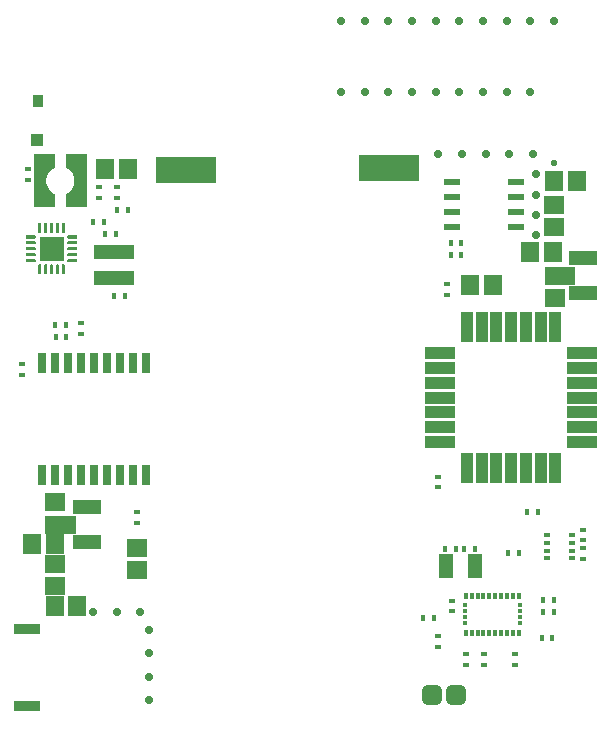
<source format=gbr>
G04*
G04 #@! TF.GenerationSoftware,Altium Limited,Altium Designer,25.8.1 (18)*
G04*
G04 Layer_Color=8388736*
%FSLAX25Y25*%
%MOIN*%
G70*
G04*
G04 #@! TF.SameCoordinates,505960B2-D5C5-487F-9968-D24D6DC54575*
G04*
G04*
G04 #@! TF.FilePolarity,Negative*
G04*
G01*
G75*
%ADD24R,0.03740X0.04331*%
%ADD25R,0.04331X0.04331*%
%ADD28R,0.05750X0.02200*%
%ADD30R,0.02254X0.01438*%
%ADD33R,0.01438X0.02254*%
%ADD35R,0.01968X0.01378*%
%ADD36R,0.01575X0.01900*%
%ADD37R,0.01500X0.01575*%
%ADD42R,0.08503X0.03791*%
G04:AMPARAMS|DCode=43|XSize=19.68mil|YSize=19.68mil|CornerRadius=4.92mil|HoleSize=0mil|Usage=FLASHONLY|Rotation=0.000|XOffset=0mil|YOffset=0mil|HoleType=Round|Shape=RoundedRectangle|*
%AMROUNDEDRECTD43*
21,1,0.01968,0.00984,0,0,0.0*
21,1,0.00984,0.01968,0,0,0.0*
1,1,0.00984,0.00492,-0.00492*
1,1,0.00984,-0.00492,-0.00492*
1,1,0.00984,-0.00492,0.00492*
1,1,0.00984,0.00492,0.00492*
%
%ADD43ROUNDEDRECTD43*%
%ADD47R,0.05918X0.07099*%
%ADD48R,0.07099X0.05918*%
%ADD49R,0.02756X0.07087*%
%ADD50R,0.03150X0.07087*%
%ADD51R,0.09461X0.04934*%
%ADD52R,0.09855X0.04343*%
%ADD53R,0.04343X0.09855*%
%ADD54R,0.20485X0.08674*%
G04:AMPARAMS|DCode=55|XSize=67.06mil|YSize=67.06mil|CornerRadius=18.76mil|HoleSize=0mil|Usage=FLASHONLY|Rotation=270.000|XOffset=0mil|YOffset=0mil|HoleType=Round|Shape=RoundedRectangle|*
%AMROUNDEDRECTD55*
21,1,0.06706,0.02953,0,0,270.0*
21,1,0.02953,0.06706,0,0,270.0*
1,1,0.03753,-0.01476,-0.01476*
1,1,0.03753,-0.01476,0.01476*
1,1,0.03753,0.01476,0.01476*
1,1,0.03753,0.01476,-0.01476*
%
%ADD55ROUNDEDRECTD55*%
%ADD56C,0.00992*%
%ADD57R,0.08071X0.08071*%
%ADD58R,0.13398X0.04737*%
%ADD59R,0.05100X0.08300*%
%ADD60R,0.04934X0.04737*%
%ADD61R,0.04737X0.05918*%
%ADD62R,0.02769X0.04737*%
%ADD63R,0.20485X0.08674*%
%ADD64C,0.02769*%
%ADD65C,0.01968*%
G36*
X10155Y151294D02*
X10310Y151139D01*
X10394Y150936D01*
Y150827D01*
Y148031D01*
X9291D01*
Y150827D01*
Y150936D01*
X9375Y151139D01*
X9530Y151294D01*
X9733Y151378D01*
X9952D01*
X10155Y151294D01*
D02*
G37*
G36*
X12123D02*
X12278Y151139D01*
X12362Y150936D01*
Y150827D01*
Y148031D01*
X11260D01*
X11260Y150827D01*
Y150936D01*
X11344Y151139D01*
X11499Y151294D01*
X11701Y151378D01*
X11921D01*
X12123Y151294D01*
D02*
G37*
G36*
X8422Y153026D02*
X8578Y152871D01*
X8661Y152669D01*
Y152559D01*
Y152449D01*
X8578Y152247D01*
X8422Y152092D01*
X8220Y152008D01*
X5315D01*
Y153110D01*
X8220D01*
X8422Y153026D01*
D02*
G37*
G36*
Y154995D02*
X8578Y154840D01*
X8661Y154637D01*
Y154528D01*
Y154418D01*
X8578Y154215D01*
X8422Y154060D01*
X8220Y153976D01*
X8110D01*
Y153976D01*
X5315D01*
Y155079D01*
X8220D01*
X8422Y154995D01*
D02*
G37*
G36*
Y156963D02*
X8578Y156808D01*
X8661Y156606D01*
Y156496D01*
Y156386D01*
X8578Y156184D01*
X8422Y156029D01*
X8220Y155945D01*
X5315D01*
Y157047D01*
X8220D01*
X8422Y156963D01*
D02*
G37*
G36*
X14092Y151294D02*
X14247Y151139D01*
X14331Y150936D01*
Y150827D01*
Y148031D01*
X13228D01*
Y150827D01*
Y150936D01*
X13312Y151139D01*
X13467Y151294D01*
X13670Y151378D01*
X13889D01*
X14092Y151294D01*
D02*
G37*
G36*
X16060D02*
X16215Y151139D01*
X16299Y150936D01*
Y150827D01*
X16299D01*
Y148031D01*
X15197D01*
Y150827D01*
Y150936D01*
X15281Y151139D01*
X15436Y151294D01*
X15638Y151378D01*
X15858D01*
X16060Y151294D01*
D02*
G37*
G36*
X18029D02*
X18184Y151139D01*
X18268Y150936D01*
Y150827D01*
Y148031D01*
X17165D01*
Y150827D01*
Y150936D01*
X17249Y151139D01*
X17404Y151294D01*
X17607Y151378D01*
X17826D01*
X18029Y151294D01*
D02*
G37*
G36*
X22244Y152008D02*
X19339D01*
X19137Y152092D01*
X18981Y152247D01*
X18898Y152449D01*
Y152559D01*
Y152669D01*
X18981Y152871D01*
X19137Y153026D01*
X19339Y153110D01*
X22244D01*
Y152008D01*
D02*
G37*
G36*
Y153976D02*
X19449Y153976D01*
X19339D01*
X19137Y154060D01*
X18981Y154215D01*
X18898Y154418D01*
Y154528D01*
Y154637D01*
X18981Y154840D01*
X19137Y154995D01*
X19339Y155079D01*
X22244D01*
Y153976D01*
D02*
G37*
G36*
Y155945D02*
X19339D01*
X19137Y156029D01*
X18981Y156184D01*
X18898Y156386D01*
Y156496D01*
Y156606D01*
X18981Y156808D01*
X19137Y156963D01*
X19339Y157047D01*
X22244D01*
Y155945D01*
D02*
G37*
G36*
X25249Y187996D02*
X25301Y187986D01*
X25350Y187969D01*
X25397Y187946D01*
X25441Y187917D01*
X25480Y187882D01*
X25515Y187843D01*
X25544Y187799D01*
X25567Y187752D01*
X25584Y187702D01*
X25594Y187651D01*
X25598Y187598D01*
Y170669D01*
X25594Y170617D01*
X25584Y170565D01*
X25567Y170516D01*
X25544Y170469D01*
X25515Y170425D01*
X25480Y170386D01*
X25441Y170351D01*
X25397Y170322D01*
X25350Y170299D01*
X25301Y170282D01*
X25249Y170272D01*
X25197Y170268D01*
X18898D01*
X18845Y170272D01*
X18794Y170282D01*
X18744Y170299D01*
X18697Y170322D01*
X18654Y170351D01*
X18614Y170386D01*
X18580Y170425D01*
X18551Y170469D01*
X18527Y170516D01*
X18510Y170565D01*
X18500Y170617D01*
X18497Y170669D01*
Y174478D01*
X18496Y174492D01*
X18496Y174502D01*
X18496Y174512D01*
X18498Y174528D01*
X18499Y174544D01*
X18500Y174554D01*
X18502Y174564D01*
X18505Y174580D01*
X18508Y174596D01*
X18511Y174605D01*
X18514Y174615D01*
X18520Y174630D01*
X18525Y174646D01*
X18529Y174655D01*
X18533Y174664D01*
X18540Y174678D01*
X18548Y174693D01*
X18553Y174701D01*
X18558Y174710D01*
X18567Y174723D01*
X18576Y174737D01*
X18583Y174744D01*
X18588Y174752D01*
X18600Y174764D01*
X18610Y174777D01*
X18618Y174783D01*
X18625Y174790D01*
X18637Y174801D01*
X18650Y174811D01*
X18658Y174817D01*
X18665Y174823D01*
X18679Y174832D01*
X18693Y174841D01*
X18702Y174846D01*
X18710Y174851D01*
X19113Y175062D01*
X19842Y175589D01*
X20453Y176236D01*
X20931Y176987D01*
X21259Y177814D01*
X21427Y178688D01*
X21427Y179578D01*
X21260Y180452D01*
X20931Y181279D01*
X20453Y182030D01*
X19843Y182678D01*
X19114Y183205D01*
X18728Y183407D01*
X18727Y183408D01*
X18718Y183413D01*
X18711Y183416D01*
X18710Y183417D01*
X18697Y183424D01*
X18689Y183429D01*
X18681Y183434D01*
X18668Y183443D01*
X18667Y183444D01*
X18665Y183445D01*
X18654Y183453D01*
X18646Y183459D01*
X18639Y183465D01*
X18628Y183475D01*
X18626Y183477D01*
X18625Y183478D01*
X18614Y183487D01*
X18608Y183494D01*
X18601Y183501D01*
X18591Y183513D01*
X18590Y183515D01*
X18588Y183517D01*
X18580Y183527D01*
X18574Y183535D01*
X18568Y183542D01*
X18561Y183555D01*
X18559Y183557D01*
X18558Y183559D01*
X18551Y183570D01*
X18546Y183579D01*
X18541Y183587D01*
X18536Y183600D01*
X18534Y183603D01*
X18533Y183606D01*
X18527Y183617D01*
X18524Y183626D01*
X18520Y183635D01*
X18517Y183648D01*
X18515Y183652D01*
X18514Y183656D01*
X18510Y183667D01*
X18509Y183676D01*
X18506Y183686D01*
X18504Y183698D01*
X18503Y183703D01*
X18502Y183707D01*
X18500Y183718D01*
X18500Y183728D01*
X18498Y183738D01*
X18498Y183750D01*
X18497Y183755D01*
X18497Y183760D01*
X18497Y183771D01*
Y187598D01*
X18500Y187651D01*
X18510Y187702D01*
X18527Y187752D01*
X18551Y187799D01*
X18580Y187843D01*
X18614Y187882D01*
X18654Y187917D01*
X18697Y187946D01*
X18744Y187969D01*
X18794Y187986D01*
X18845Y187996D01*
X18898Y187999D01*
X25197D01*
X25249Y187996D01*
D02*
G37*
G36*
X14619D02*
X14671Y187986D01*
X14720Y187969D01*
X14767Y187946D01*
X14811Y187917D01*
X14850Y187882D01*
X14885Y187843D01*
X14914Y187799D01*
X14937Y187752D01*
X14954Y187702D01*
X14964Y187651D01*
X14968Y187598D01*
Y183788D01*
X14969Y183772D01*
X14968Y183764D01*
X14968Y183756D01*
X14967Y183738D01*
X14965Y183720D01*
X14964Y183712D01*
X14963Y183704D01*
X14959Y183686D01*
X14955Y183668D01*
X14953Y183660D01*
X14951Y183653D01*
X14944Y183636D01*
X14938Y183618D01*
X14935Y183611D01*
X14932Y183604D01*
X14923Y183588D01*
X14915Y183571D01*
X14911Y183565D01*
X14907Y183558D01*
X14896Y183543D01*
X14886Y183528D01*
X14881Y183522D01*
X14876Y183515D01*
X14863Y183502D01*
X14851Y183488D01*
X14845Y183483D01*
X14840Y183477D01*
X14826Y183466D01*
X14812Y183454D01*
X14805Y183449D01*
X14799Y183444D01*
X14784Y183435D01*
X14768Y183425D01*
X14761Y183421D01*
X14754Y183417D01*
X14352Y183205D01*
X13623Y182679D01*
X13012Y182031D01*
X12534Y181281D01*
X12205Y180454D01*
X12038Y179579D01*
X12038Y178690D01*
X12205Y177815D01*
X12533Y176988D01*
X13011Y176238D01*
X13622Y175590D01*
X14351Y175063D01*
X14736Y174860D01*
X14738Y174860D01*
X14747Y174855D01*
X14753Y174851D01*
X14754Y174850D01*
X14767Y174844D01*
X14775Y174839D01*
X14784Y174834D01*
X14796Y174825D01*
X14798Y174824D01*
X14799Y174823D01*
X14811Y174815D01*
X14818Y174809D01*
X14826Y174803D01*
X14837Y174792D01*
X14839Y174791D01*
X14840Y174790D01*
X14850Y174780D01*
X14857Y174773D01*
X14864Y174767D01*
X14873Y174755D01*
X14875Y174753D01*
X14876Y174751D01*
X14885Y174741D01*
X14890Y174733D01*
X14896Y174725D01*
X14904Y174713D01*
X14906Y174710D01*
X14907Y174708D01*
X14914Y174697D01*
X14918Y174689D01*
X14923Y174680D01*
X14929Y174667D01*
X14931Y174664D01*
X14932Y174662D01*
X14937Y174650D01*
X14940Y174641D01*
X14944Y174633D01*
X14948Y174619D01*
X14950Y174615D01*
X14950Y174612D01*
X14954Y174601D01*
X14956Y174591D01*
X14959Y174582D01*
X14961Y174569D01*
X14962Y174564D01*
X14962Y174560D01*
X14964Y174549D01*
X14965Y174540D01*
X14966Y174530D01*
X14967Y174518D01*
X14967Y174512D01*
X14967Y174508D01*
X14968Y174497D01*
Y170669D01*
X14964Y170617D01*
X14954Y170565D01*
X14937Y170516D01*
X14914Y170469D01*
X14885Y170425D01*
X14850Y170386D01*
X14811Y170351D01*
X14767Y170322D01*
X14720Y170299D01*
X14671Y170282D01*
X14619Y170272D01*
X14567Y170268D01*
X8268D01*
X8215Y170272D01*
X8164Y170282D01*
X8114Y170299D01*
X8067Y170322D01*
X8024Y170351D01*
X7984Y170386D01*
X7950Y170425D01*
X7921Y170469D01*
X7897Y170516D01*
X7880Y170565D01*
X7870Y170617D01*
X7867Y170669D01*
Y187598D01*
X7870Y187651D01*
X7880Y187702D01*
X7897Y187752D01*
X7921Y187799D01*
X7950Y187843D01*
X7984Y187882D01*
X8024Y187917D01*
X8067Y187946D01*
X8114Y187969D01*
X8164Y187986D01*
X8215Y187996D01*
X8268Y187999D01*
X14567D01*
X14619Y187996D01*
D02*
G37*
G36*
X18268Y162165D02*
Y162056D01*
X18184Y161853D01*
X18029Y161698D01*
X17826Y161614D01*
X17607D01*
X17404Y161698D01*
X17249Y161853D01*
X17165Y162056D01*
Y162165D01*
Y164961D01*
X18268D01*
Y162165D01*
D02*
G37*
G36*
X16299D02*
Y162056D01*
X16215Y161853D01*
X16060Y161698D01*
X15858Y161614D01*
X15638D01*
X15436Y161698D01*
X15281Y161853D01*
X15197Y162056D01*
Y162165D01*
Y164961D01*
X16299D01*
X16299Y162165D01*
D02*
G37*
G36*
X14331D02*
Y162056D01*
X14247Y161853D01*
X14092Y161698D01*
X13889Y161614D01*
X13670D01*
X13467Y161698D01*
X13312Y161853D01*
X13228Y162056D01*
Y162165D01*
Y164961D01*
X14331D01*
Y162165D01*
D02*
G37*
G36*
X12362D02*
Y162056D01*
X12278Y161853D01*
X12123Y161698D01*
X11921Y161614D01*
X11701D01*
X11499Y161698D01*
X11344Y161853D01*
X11260Y162056D01*
Y162165D01*
X11260D01*
Y164961D01*
X12362D01*
Y162165D01*
D02*
G37*
G36*
X10394D02*
Y162056D01*
X10310Y161853D01*
X10155Y161698D01*
X9952Y161614D01*
X9733D01*
X9530Y161698D01*
X9375Y161853D01*
X9291Y162056D01*
Y162165D01*
Y164961D01*
X10394D01*
Y162165D01*
D02*
G37*
G36*
X22244Y159882D02*
X19339D01*
X19137Y159966D01*
X18981Y160121D01*
X18898Y160323D01*
Y160433D01*
Y160543D01*
X18981Y160745D01*
X19137Y160900D01*
X19339Y160984D01*
X22244D01*
Y159882D01*
D02*
G37*
G36*
X8422Y160900D02*
X8578Y160745D01*
X8661Y160543D01*
Y160433D01*
Y160323D01*
X8578Y160121D01*
X8422Y159966D01*
X8220Y159882D01*
X5315D01*
Y160984D01*
X8220D01*
X8422Y160900D01*
D02*
G37*
G36*
X22244Y157913D02*
X19339D01*
X19137Y157997D01*
X18981Y158152D01*
X18898Y158355D01*
Y158465D01*
Y158574D01*
X18981Y158777D01*
X19137Y158932D01*
X19339Y159016D01*
X19449D01*
Y159016D01*
X22244D01*
Y157913D01*
D02*
G37*
G36*
X8110Y159016D02*
X8220D01*
X8422Y158932D01*
X8578Y158777D01*
X8661Y158574D01*
Y158465D01*
Y158355D01*
X8578Y158152D01*
X8422Y157997D01*
X8220Y157913D01*
X5315D01*
Y159016D01*
X8110Y159016D01*
D02*
G37*
D24*
X9350Y205709D02*
D03*
D25*
X9055Y192717D02*
D03*
D28*
X168599Y178661D02*
D03*
X147149Y163661D02*
D03*
Y168661D02*
D03*
Y173661D02*
D03*
Y178661D02*
D03*
X168599Y173661D02*
D03*
Y168661D02*
D03*
Y163661D02*
D03*
D30*
X190945Y62811D02*
D03*
X142717Y76953D02*
D03*
X190945Y56724D02*
D03*
X157874Y17898D02*
D03*
X151969D02*
D03*
X147244Y39189D02*
D03*
X142717Y23803D02*
D03*
X29528Y173409D02*
D03*
X5906Y183087D02*
D03*
X23622Y131709D02*
D03*
Y128134D02*
D03*
X5906Y179512D02*
D03*
X29528Y176984D02*
D03*
X35433Y173409D02*
D03*
Y176984D02*
D03*
X145669Y141126D02*
D03*
Y144701D02*
D03*
X142717Y27378D02*
D03*
X190945Y53150D02*
D03*
Y59236D02*
D03*
X142717Y80528D02*
D03*
X3937Y114354D02*
D03*
X147244Y35614D02*
D03*
X168307Y21472D02*
D03*
Y17898D02*
D03*
X42323Y65142D02*
D03*
Y68717D02*
D03*
X151969Y21472D02*
D03*
X3937Y117929D02*
D03*
X157874Y21472D02*
D03*
D33*
X150409Y158465D02*
D03*
X151362Y56299D02*
D03*
X148638D02*
D03*
X180740Y26575D02*
D03*
X39189Y169291D02*
D03*
X31315Y165354D02*
D03*
X35252Y161417D02*
D03*
X34630Y140748D02*
D03*
X18692Y127059D02*
D03*
X18511Y130996D02*
D03*
X31677Y161417D02*
D03*
X146835Y158465D02*
D03*
X15117Y127059D02*
D03*
X35614Y169291D02*
D03*
X27740Y165354D02*
D03*
X38205Y140748D02*
D03*
X181102Y35418D02*
D03*
X177528D02*
D03*
X141157Y33465D02*
D03*
X137583D02*
D03*
X154937Y56299D02*
D03*
X145063D02*
D03*
X14936Y130996D02*
D03*
X172228Y68898D02*
D03*
X169504Y55118D02*
D03*
X175803Y68898D02*
D03*
X165929Y55118D02*
D03*
X150409Y154528D02*
D03*
X181102Y39370D02*
D03*
X146835Y154528D02*
D03*
X177165Y26575D02*
D03*
X177528Y39370D02*
D03*
D35*
X187106Y55807D02*
D03*
X179035Y53248D02*
D03*
Y55807D02*
D03*
X187106Y53248D02*
D03*
Y58366D02*
D03*
Y60925D02*
D03*
X179035D02*
D03*
Y58366D02*
D03*
D36*
X159700Y40817D02*
D03*
Y28517D02*
D03*
X151826Y40817D02*
D03*
X153794D02*
D03*
X155763D02*
D03*
X157731D02*
D03*
X161669D02*
D03*
X163637D02*
D03*
X165605D02*
D03*
X167574D02*
D03*
X169543D02*
D03*
Y28517D02*
D03*
X167574D02*
D03*
X165605D02*
D03*
X163637D02*
D03*
X161669D02*
D03*
X157731D02*
D03*
X155763D02*
D03*
X153794D02*
D03*
X151826D02*
D03*
D37*
X151584Y37619D02*
D03*
X169784D02*
D03*
Y35651D02*
D03*
Y33682D02*
D03*
Y31714D02*
D03*
X151584D02*
D03*
Y33682D02*
D03*
Y35651D02*
D03*
D42*
X5705Y29774D02*
D03*
Y4084D02*
D03*
D43*
X181197Y185039D02*
D03*
D47*
X22307Y37354D02*
D03*
X14827D02*
D03*
X7427Y57954D02*
D03*
X14907D02*
D03*
X173425Y155512D02*
D03*
X180905D02*
D03*
X188779Y179134D02*
D03*
X181299D02*
D03*
X39173Y183071D02*
D03*
X31693D02*
D03*
X160827Y144488D02*
D03*
X153347D02*
D03*
D48*
X181102Y171063D02*
D03*
Y163583D02*
D03*
X14967Y43913D02*
D03*
Y51394D02*
D03*
X181496Y140059D02*
D03*
Y147539D02*
D03*
X15085Y72038D02*
D03*
Y64558D02*
D03*
X42323Y49410D02*
D03*
Y56890D02*
D03*
D49*
X45400Y118494D02*
D03*
X10754D02*
D03*
Y81093D02*
D03*
X45400D02*
D03*
D50*
X41069Y118494D02*
D03*
X36738D02*
D03*
X32408D02*
D03*
X28077D02*
D03*
X23746D02*
D03*
X19415D02*
D03*
X15085D02*
D03*
Y81093D02*
D03*
X19415D02*
D03*
X23746D02*
D03*
X28077D02*
D03*
X32408D02*
D03*
X36738D02*
D03*
X41069D02*
D03*
D51*
X190945Y141831D02*
D03*
Y153445D02*
D03*
X25537Y70438D02*
D03*
Y58824D02*
D03*
D52*
X190571Y121654D02*
D03*
X143327D02*
D03*
X190571Y116733D02*
D03*
Y101969D02*
D03*
Y92126D02*
D03*
Y106890D02*
D03*
X143327Y101969D02*
D03*
X190571Y97047D02*
D03*
X143327Y106890D02*
D03*
X190571Y111811D02*
D03*
X143327D02*
D03*
Y97047D02*
D03*
Y92126D02*
D03*
Y116733D02*
D03*
D53*
X176792Y130512D02*
D03*
X157106Y83268D02*
D03*
X171870D02*
D03*
X181713Y130512D02*
D03*
X176792Y83268D02*
D03*
X152185D02*
D03*
X181713D02*
D03*
X152185Y130512D02*
D03*
X166949Y83268D02*
D03*
X171870Y130512D02*
D03*
X162028Y83268D02*
D03*
X157106Y130512D02*
D03*
X162028D02*
D03*
X166949D02*
D03*
D54*
X58650Y182852D02*
D03*
D55*
X148622Y7874D02*
D03*
X140748D02*
D03*
D56*
X17717Y163287D02*
D03*
X20571Y154528D02*
D03*
X5866D02*
D03*
X17717Y149705D02*
D03*
X21654Y160433D02*
D03*
Y158465D02*
D03*
Y156496D02*
D03*
X20571Y152559D02*
D03*
X15748Y148622D02*
D03*
X13780D02*
D03*
X11811Y149705D02*
D03*
X9843D02*
D03*
X6988Y152559D02*
D03*
X5866Y156496D02*
D03*
X6988Y158465D02*
D03*
Y160433D02*
D03*
X9843Y164409D02*
D03*
X11811D02*
D03*
X13780D02*
D03*
X15748Y163287D02*
D03*
D57*
X13780Y156496D02*
D03*
D58*
X34449Y146850D02*
D03*
Y155512D02*
D03*
D59*
X145200Y50787D02*
D03*
X154800D02*
D03*
D60*
X19533Y64631D02*
D03*
X184941Y147638D02*
D03*
D61*
X19467Y64553D02*
D03*
X185800Y147559D02*
D03*
D62*
X14937Y64613D02*
D03*
D63*
X126390Y183289D02*
D03*
D64*
X46260Y21654D02*
D03*
Y5906D02*
D03*
Y13780D02*
D03*
Y29528D02*
D03*
X175197Y174522D02*
D03*
Y161024D02*
D03*
Y167773D02*
D03*
X174213Y187992D02*
D03*
X166339D02*
D03*
X175197Y181271D02*
D03*
X150591Y187992D02*
D03*
X142717D02*
D03*
X158465D02*
D03*
X43307Y35433D02*
D03*
X35433D02*
D03*
X27559D02*
D03*
X110331Y208661D02*
D03*
Y232283D02*
D03*
X118205Y208661D02*
D03*
Y232283D02*
D03*
X126079Y208661D02*
D03*
Y232283D02*
D03*
X133953Y208661D02*
D03*
Y232283D02*
D03*
X141827Y208661D02*
D03*
Y232283D02*
D03*
X149701Y208661D02*
D03*
Y232283D02*
D03*
X157575Y208661D02*
D03*
Y232283D02*
D03*
X165449Y208661D02*
D03*
Y232283D02*
D03*
X173323D02*
D03*
Y208661D02*
D03*
X181197Y232283D02*
D03*
D65*
X13780Y158465D02*
D03*
X11811Y156496D02*
D03*
X15748D02*
D03*
X13780Y154528D02*
D03*
M02*

</source>
